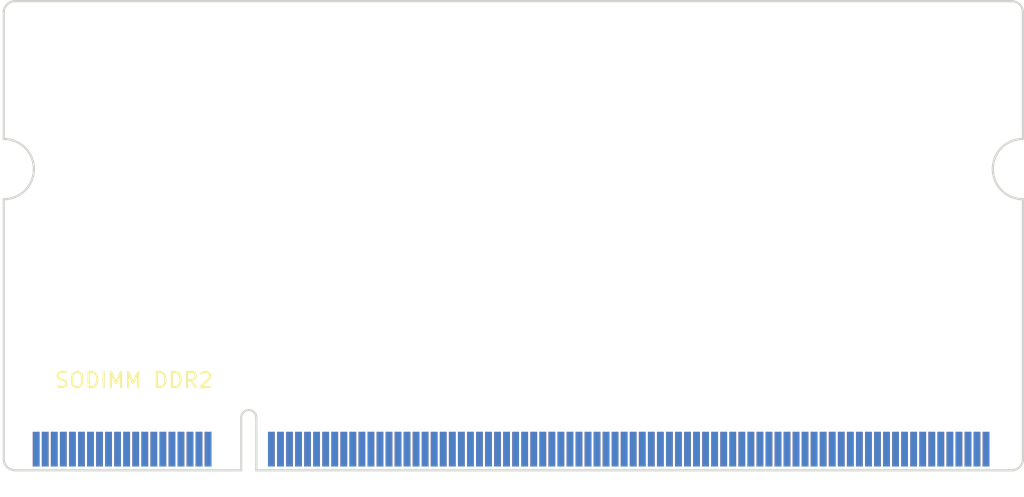
<source format=kicad_pcb>
(kicad_pcb (version 20221018) (generator pcbnew)
  (title_block (date "2021-01-06"))
  (layers (0 "F.Cu" signal) (31 "B.Cu" signal) (34 "B.Paste" user) (35 "F.Paste" user) (36 "B.SilkS" user "B.Silkscreen") (37 "F.SilkS" user "F.Silkscreen") (38 "B.Mask" user) (39 "F.Mask" user) (44 "Edge.Cuts" user))
  (net 0 "")
  (footprint "SODIMM:SODIMM_DDR2_EDGE" (layer "F.Cu") (at 118.27 115.16)
    (fp_text reference "SODIMM DDR2" (at 8.63 -5.98) (layer "F.SilkS"))
    (fp_text value "SODIMM DDR2 EDGE")
    (pad "" np_thru_hole circle (at 2 -6) (size 1.8 1.8) (drill 1.8) (layers "*.Cu" "*.Mask"))
    (pad "" np_thru_hole circle (at 65.6 -6) (size 1.8 1.8) (drill 1.8) (layers "*.Cu" "*.Mask"))
    (pad "1" smd rect (at 2.15 -1.4) (size 0.45 2.3) (layers "F.Cu" "F.Mask"))
    (pad "2" smd rect (at 2.15 -1.4 180) (size 0.45 2.3) (layers "B.Cu" "B.Mask"))
    (pad "3" smd rect (at 2.75 -1.4) (size 0.45 2.3) (layers "F.Cu" "F.Mask"))
    (pad "4" smd rect (at 2.75 -1.4 180) (size 0.45 2.3) (layers "B.Cu" "B.Mask"))
    (pad "5" smd rect (at 3.35 -1.4) (size 0.45 2.3) (layers "F.Cu" "F.Mask"))
    (pad "6" smd rect (at 3.35 -1.4 180) (size 0.45 2.3) (layers "B.Cu" "B.Mask"))
    (pad "7" smd rect (at 3.95 -1.4) (size 0.45 2.3) (layers "F.Cu" "F.Mask"))
    (pad "8" smd rect (at 3.95 -1.4 180) (size 0.45 2.3) (layers "B.Cu" "B.Mask"))
    (pad "9" smd rect (at 4.55 -1.4) (size 0.45 2.3) (layers "F.Cu" "F.Mask"))
    (pad "10" smd rect (at 4.55 -1.4 180) (size 0.45 2.3) (layers "B.Cu" "B.Mask"))
    (pad "11" smd rect (at 5.15 -1.4) (size 0.45 2.3) (layers "F.Cu" "F.Mask"))
    (pad "12" smd rect (at 5.15 -1.4 180) (size 0.45 2.3) (layers "B.Cu" "B.Mask"))
    (pad "13" smd rect (at 5.75 -1.4) (size 0.45 2.3) (layers "F.Cu" "F.Mask"))
    (pad "14" smd rect (at 5.75 -1.4 180) (size 0.45 2.3) (layers "B.Cu" "B.Mask"))
    (pad "15" smd rect (at 6.35 -1.4) (size 0.45 2.3) (layers "F.Cu" "F.Mask"))
    (pad "16" smd rect (at 6.35 -1.4 180) (size 0.45 2.3) (layers "B.Cu" "B.Mask"))
    (pad "17" smd rect (at 6.95 -1.4) (size 0.45 2.3) (layers "F.Cu" "F.Mask"))
    (pad "18" smd rect (at 6.95 -1.4 180) (size 0.45 2.3) (layers "B.Cu" "B.Mask"))
    (pad "19" smd rect (at 7.55 -1.4) (size 0.45 2.3) (layers "F.Cu" "F.Mask"))
    (pad "20" smd rect (at 7.55 -1.4 180) (size 0.45 2.3) (layers "B.Cu" "B.Mask"))
    (pad "21" smd rect (at 8.15 -1.4) (size 0.45 2.3) (layers "F.Cu" "F.Mask"))
    (pad "22" smd rect (at 8.15 -1.4 180) (size 0.45 2.3) (layers "B.Cu" "B.Mask"))
    (pad "23" smd rect (at 8.75 -1.4) (size 0.45 2.3) (layers "F.Cu" "F.Mask"))
    (pad "24" smd rect (at 8.75 -1.4 180) (size 0.45 2.3) (layers "B.Cu" "B.Mask"))
    (pad "25" smd rect (at 9.35 -1.4) (size 0.45 2.3) (layers "F.Cu" "F.Mask"))
    (pad "26" smd rect (at 9.35 -1.4 180) (size 0.45 2.3) (layers "B.Cu" "B.Mask"))
    (pad "27" smd rect (at 9.95 -1.4) (size 0.45 2.3) (layers "F.Cu" "F.Mask"))
    (pad "28" smd rect (at 9.95 -1.4 180) (size 0.45 2.3) (layers "B.Cu" "B.Mask"))
    (pad "29" smd rect (at 10.55 -1.4) (size 0.45 2.3) (layers "F.Cu" "F.Mask"))
    (pad "30" smd rect (at 10.55 -1.4 180) (size 0.45 2.3) (layers "B.Cu" "B.Mask"))
    (pad "31" smd rect (at 11.15 -1.4) (size 0.45 2.3) (layers "F.Cu" "F.Mask"))
    (pad "32" smd rect (at 11.15 -1.4 180) (size 0.45 2.3) (layers "B.Cu" "B.Mask"))
    (pad "33" smd rect (at 11.75 -1.4) (size 0.45 2.3) (layers "F.Cu" "F.Mask"))
    (pad "34" smd rect (at 11.75 -1.4 180) (size 0.45 2.3) (layers "B.Cu" "B.Mask"))
    (pad "35" smd rect (at 12.35 -1.4) (size 0.45 2.3) (layers "F.Cu" "F.Mask"))
    (pad "36" smd rect (at 12.35 -1.4 180) (size 0.45 2.3) (layers "B.Cu" "B.Mask"))
    (pad "37" smd rect (at 12.95 -1.4) (size 0.45 2.3) (layers "F.Cu" "F.Mask"))
    (pad "38" smd rect (at 12.95 -1.4 180) (size 0.45 2.3) (layers "B.Cu" "B.Mask"))
    (pad "39" smd rect (at 13.55 -1.4) (size 0.45 2.3) (layers "F.Cu" "F.Mask"))
    (pad "40" smd rect (at 13.55 -1.4 180) (size 0.45 2.3) (layers "B.Cu" "B.Mask"))
    (pad "41" smd rect (at 17.75 -1.4) (size 0.45 2.3) (layers "F.Cu" "F.Mask"))
    (pad "42" smd rect (at 17.75 -1.4 180) (size 0.45 2.3) (layers "B.Cu" "B.Mask"))
    (pad "43" smd rect (at 18.35 -1.4) (size 0.45 2.3) (layers "F.Cu" "F.Mask"))
    (pad "44" smd rect (at 18.35 -1.4 180) (size 0.45 2.3) (layers "B.Cu" "B.Mask"))
    (pad "45" smd rect (at 18.95 -1.4) (size 0.45 2.3) (layers "F.Cu" "F.Mask"))
    (pad "46" smd rect (at 18.95 -1.4 180) (size 0.45 2.3) (layers "B.Cu" "B.Mask"))
    (pad "47" smd rect (at 19.55 -1.4) (size 0.45 2.3) (layers "F.Cu" "F.Mask"))
    (pad "48" smd rect (at 19.55 -1.4 180) (size 0.45 2.3) (layers "B.Cu" "B.Mask"))
    (pad "49" smd rect (at 20.15 -1.4) (size 0.45 2.3) (layers "F.Cu" "F.Mask"))
    (pad "50" smd rect (at 20.15 -1.4 180) (size 0.45 2.3) (layers "B.Cu" "B.Mask"))
    (pad "51" smd rect (at 20.75 -1.4) (size 0.45 2.3) (layers "F.Cu" "F.Mask"))
    (pad "52" smd rect (at 20.75 -1.4 180) (size 0.45 2.3) (layers "B.Cu" "B.Mask"))
    (pad "53" smd rect (at 21.35 -1.4) (size 0.45 2.3) (layers "F.Cu" "F.Mask"))
    (pad "54" smd rect (at 21.35 -1.4 180) (size 0.45 2.3) (layers "B.Cu" "B.Mask"))
    (pad "55" smd rect (at 21.95 -1.4) (size 0.45 2.3) (layers "F.Cu" "F.Mask"))
    (pad "56" smd rect (at 21.95 -1.4 180) (size 0.45 2.3) (layers "B.Cu" "B.Mask"))
    (pad "57" smd rect (at 22.55 -1.4) (size 0.45 2.3) (layers "F.Cu" "F.Mask"))
    (pad "58" smd rect (at 22.55 -1.4 180) (size 0.45 2.3) (layers "B.Cu" "B.Mask"))
    (pad "59" smd rect (at 23.15 -1.4) (size 0.45 2.3) (layers "F.Cu" "F.Mask"))
    (pad "60" smd rect (at 23.15 -1.4 180) (size 0.45 2.3) (layers "B.Cu" "B.Mask"))
    (pad "61" smd rect (at 23.75 -1.4) (size 0.45 2.3) (layers "F.Cu" "F.Mask"))
    (pad "62" smd rect (at 23.75 -1.4) (size 0.45 2.3) (layers "B.Cu" "B.Mask"))
    (pad "63" smd rect (at 24.35 -1.4) (size 0.45 2.3) (layers "F.Cu" "F.Mask"))
    (pad "64" smd rect (at 24.35 -1.4 180) (size 0.45 2.3) (layers "B.Cu" "B.Mask"))
    (pad "65" smd rect (at 24.95 -1.4) (size 0.45 2.3) (layers "F.Cu" "F.Mask"))
    (pad "66" smd rect (at 24.95 -1.4 180) (size 0.45 2.3) (layers "B.Cu" "B.Mask"))
    (pad "67" smd rect (at 25.55 -1.4) (size 0.45 2.3) (layers "F.Cu" "F.Mask"))
    (pad "68" smd rect (at 25.55 -1.4 180) (size 0.45 2.3) (layers "B.Cu" "B.Mask"))
    (pad "69" smd rect (at 26.15 -1.4) (size 0.45 2.3) (layers "F.Cu" "F.Mask"))
    (pad "70" smd rect (at 26.15 -1.4 180) (size 0.45 2.3) (layers "B.Cu" "B.Mask"))
    (pad "71" smd rect (at 26.75 -1.4) (size 0.45 2.3) (layers "F.Cu" "F.Mask"))
    (pad "72" smd rect (at 26.75 -1.4 180) (size 0.45 2.3) (layers "B.Cu" "B.Mask"))
    (pad "73" smd rect (at 27.35 -1.4) (size 0.45 2.3) (layers "F.Cu" "F.Mask"))
    (pad "74" smd rect (at 27.35 -1.4 180) (size 0.45 2.3) (layers "B.Cu" "B.Mask"))
    (pad "75" smd rect (at 27.95 -1.4) (size 0.45 2.3) (layers "F.Cu" "F.Mask"))
    (pad "76" smd rect (at 27.95 -1.4 180) (size 0.45 2.3) (layers "B.Cu" "B.Mask"))
    (pad "77" smd rect (at 28.55 -1.4) (size 0.45 2.3) (layers "F.Cu" "F.Mask"))
    (pad "78" smd rect (at 28.55 -1.4 180) (size 0.45 2.3) (layers "B.Cu" "B.Mask"))
    (pad "79" smd rect (at 29.15 -1.4) (size 0.45 2.3) (layers "F.Cu" "F.Mask"))
    (pad "80" smd rect (at 29.15 -1.4 180) (size 0.45 2.3) (layers "B.Cu" "B.Mask"))
    (pad "81" smd rect (at 29.75 -1.4) (size 0.45 2.3) (layers "F.Cu" "F.Mask"))
    (pad "82" smd rect (at 29.75 -1.4 180) (size 0.45 2.3) (layers "B.Cu" "B.Mask"))
    (pad "83" smd rect (at 30.35 -1.4) (size 0.45 2.3) (layers "F.Cu" "F.Mask"))
    (pad "84" smd rect (at 30.35 -1.4 180) (size 0.45 2.3) (layers "B.Cu" "B.Mask"))
    (pad "85" smd rect (at 30.95 -1.4) (size 0.45 2.3) (layers "F.Cu" "F.Mask"))
    (pad "86" smd rect (at 30.95 -1.4 180) (size 0.45 2.3) (layers "B.Cu" "B.Mask"))
    (pad "87" smd rect (at 31.55 -1.4) (size 0.45 2.3) (layers "F.Cu" "F.Mask"))
    (pad "88" smd rect (at 31.55 -1.4 180) (size 0.45 2.3) (layers "B.Cu" "B.Mask"))
    (pad "89" smd rect (at 32.15 -1.4) (size 0.45 2.3) (layers "F.Cu" "F.Mask"))
    (pad "90" smd rect (at 32.15 -1.4 180) (size 0.45 2.3) (layers "B.Cu" "B.Mask"))
    (pad "91" smd rect (at 32.75 -1.4) (size 0.45 2.3) (layers "F.Cu" "F.Mask"))
    (pad "92" smd rect (at 32.75 -1.4 180) (size 0.45 2.3) (layers "B.Cu" "B.Mask"))
    (pad "93" smd rect (at 33.35 -1.4) (size 0.45 2.3) (layers "F.Cu" "F.Mask"))
    (pad "94" smd rect (at 33.35 -1.4 180) (size 0.45 2.3) (layers "B.Cu" "B.Mask"))
    (pad "95" smd rect (at 33.95 -1.4) (size 0.45 2.3) (layers "F.Cu" "F.Mask"))
    (pad "96" smd rect (at 33.95 -1.4 180) (size 0.45 2.3) (layers "B.Cu" "B.Mask"))
    (pad "97" smd rect (at 34.55 -1.4) (size 0.45 2.3) (layers "F.Cu" "F.Mask"))
    (pad "98" smd rect (at 34.55 -1.4 180) (size 0.45 2.3) (layers "B.Cu" "B.Mask"))
    (pad "99" smd rect (at 35.15 -1.4) (size 0.45 2.3) (layers "F.Cu" "F.Mask"))
    (pad "100" smd rect (at 35.15 -1.4 180) (size 0.45 2.3) (layers "B.Cu" "B.Mask"))
    (pad "101" smd rect (at 35.75 -1.4) (size 0.45 2.3) (layers "F.Cu" "F.Mask"))
    (pad "102" smd rect (at 35.75 -1.4 180) (size 0.45 2.3) (layers "B.Cu" "B.Mask"))
    (pad "103" smd rect (at 36.35 -1.4) (size 0.45 2.3) (layers "F.Cu" "F.Mask"))
    (pad "104" smd rect (at 36.35 -1.4 180) (size 0.45 2.3) (layers "B.Cu" "B.Mask"))
    (pad "105" smd rect (at 36.95 -1.4) (size 0.45 2.3) (layers "F.Cu" "F.Mask"))
    (pad "106" smd rect (at 36.95 -1.4 180) (size 0.45 2.3) (layers "B.Cu" "B.Mask"))
    (pad "107" smd rect (at 37.55 -1.4) (size 0.45 2.3) (layers "F.Cu" "F.Mask"))
    (pad "108" smd rect (at 37.55 -1.4 180) (size 0.45 2.3) (layers "B.Cu" "B.Mask"))
    (pad "109" smd rect (at 38.15 -1.4) (size 0.45 2.3) (layers "F.Cu" "F.Mask"))
    (pad "110" smd rect (at 38.15 -1.4 180) (size 0.45 2.3) (layers "B.Cu" "B.Mask"))
    (pad "111" smd rect (at 38.75 -1.4) (size 0.45 2.3) (layers "F.Cu" "F.Mask"))
    (pad "112" smd rect (at 38.75 -1.4 180) (size 0.45 2.3) (layers "B.Cu" "B.Mask"))
    (pad "113" smd rect (at 39.35 -1.4) (size 0.45 2.3) (layers "F.Cu" "F.Mask"))
    (pad "114" smd rect (at 39.35 -1.4 180) (size 0.45 2.3) (layers "B.Cu" "B.Mask"))
    (pad "115" smd rect (at 39.95 -1.4) (size 0.45 2.3) (layers "F.Cu" "F.Mask"))
    (pad "116" smd rect (at 39.95 -1.4 180) (size 0.45 2.3) (layers "B.Cu" "B.Mask"))
    (pad "117" smd rect (at 40.55 -1.4) (size 0.45 2.3) (layers "F.Cu" "F.Mask"))
    (pad "118" smd rect (at 40.55 -1.4 180) (size 0.45 2.3) (layers "B.Cu" "B.Mask"))
    (pad "119" smd rect (at 41.15 -1.4) (size 0.45 2.3) (layers "F.Cu" "F.Mask"))
    (pad "120" smd rect (at 41.15 -1.4 180) (size 0.45 2.3) (layers "B.Cu" "B.Mask"))
    (pad "121" smd rect (at 41.75 -1.4) (size 0.45 2.3) (layers "F.Cu" "F.Mask"))
    (pad "122" smd rect (at 41.75 -1.4 180) (size 0.45 2.3) (layers "B.Cu" "B.Mask"))
    (pad "123" smd rect (at 42.35 -1.4) (size 0.45 2.3) (layers "F.Cu" "F.Mask"))
    (pad "124" smd rect (at 42.35 -1.4 180) (size 0.45 2.3) (layers "B.Cu" "B.Mask"))
    (pad "125" smd rect (at 42.95 -1.4) (size 0.45 2.3) (layers "F.Cu" "F.Mask"))
    (pad "126" smd rect (at 42.95 -1.4 180) (size 0.45 2.3) (layers "B.Cu" "B.Mask"))
    (pad "127" smd rect (at 43.55 -1.4) (size 0.45 2.3) (layers "F.Cu" "F.Mask"))
    (pad "128" smd rect (at 43.55 -1.4 180) (size 0.45 2.3) (layers "B.Cu" "B.Mask"))
    (pad "129" smd rect (at 44.15 -1.4) (size 0.45 2.3) (layers "F.Cu" "F.Mask"))
    (pad "130" smd rect (at 44.15 -1.4 180) (size 0.45 2.3) (layers "B.Cu" "B.Mask"))
    (pad "131" smd rect (at 44.75 -1.4) (size 0.45 2.3) (layers "F.Cu" "F.Mask"))
    (pad "132" smd rect (at 44.75 -1.4 180) (size 0.45 2.3) (layers "B.Cu" "B.Mask"))
    (pad "133" smd rect (at 45.35 -1.4) (size 0.45 2.3) (layers "F.Cu" "F.Mask"))
    (pad "134" smd rect (at 45.35 -1.4 180) (size 0.45 2.3) (layers "B.Cu" "B.Mask"))
    (pad "135" smd rect (at 45.95 -1.4) (size 0.45 2.3) (layers "F.Cu" "F.Mask"))
    (pad "136" smd rect (at 45.95 -1.4 180) (size 0.45 2.3) (layers "B.Cu" "B.Mask"))
    (pad "137" smd rect (at 46.55 -1.4) (size 0.45 2.3) (layers "F.Cu" "F.Mask"))
    (pad "138" smd rect (at 46.55 -1.4 180) (size 0.45 2.3) (layers "B.Cu" "B.Mask"))
    (pad "139" smd rect (at 47.15 -1.4) (size 0.45 2.3) (layers "F.Cu" "F.Mask"))
    (pad "140" smd rect (at 47.15 -1.4 180) (size 0.45 2.3) (layers "B.Cu" "B.Mask"))
    (pad "141" smd rect (at 47.75 -1.4) (size 0.45 2.3) (layers "F.Cu" "F.Mask"))
    (pad "142" smd rect (at 47.75 -1.4 180) (size 0.45 2.3) (layers "B.Cu" "B.Mask"))
    (pad "143" smd rect (at 48.35 -1.4) (size 0.45 2.3) (layers "F.Cu" "F.Mask"))
    (pad "144" smd rect (at 48.35 -1.4 180) (size 0.45 2.3) (layers "B.Cu" "B.Mask"))
    (pad "145" smd rect (at 48.95 -1.4) (size 0.45 2.3) (layers "F.Cu" "F.Mask"))
    (pad "146" smd rect (at 48.95 -1.4 180) (size 0.45 2.3) (layers "B.Cu" "B.Mask"))
    (pad "147" smd rect (at 49.55 -1.4) (size 0.45 2.3) (layers "F.Cu" "F.Mask"))
    (pad "148" smd rect (at 49.55 -1.4 180) (size 0.45 2.3) (layers "B.Cu" "B.Mask"))
    (pad "149" smd rect (at 50.15 -1.4) (size 0.45 2.3) (layers "F.Cu" "F.Mask"))
    (pad "150" smd rect (at 50.15 -1.4 180) (size 0.45 2.3) (layers "B.Cu" "B.Mask"))
    (pad "151" smd rect (at 50.75 -1.4) (size 0.45 2.3) (layers "F.Cu" "F.Mask"))
    (pad "152" smd rect (at 50.75 -1.4 180) (size 0.45 2.3) (layers "B.Cu" "B.Mask"))
    (pad "153" smd rect (at 51.35 -1.4) (size 0.45 2.3) (layers "F.Cu" "F.Mask"))
    (pad "154" smd rect (at 51.35 -1.4 180) (size 0.45 2.3) (layers "B.Cu" "B.Mask"))
    (pad "155" smd rect (at 51.95 -1.4) (size 0.45 2.3) (layers "F.Cu" "F.Mask"))
    (pad "156" smd rect (at 51.95 -1.4 180) (size 0.45 2.3) (layers "B.Cu" "B.Mask"))
    (pad "157" smd rect (at 52.55 -1.4) (size 0.45 2.3) (layers "F.Cu" "F.Mask"))
    (pad "158" smd rect (at 52.55 -1.4 180) (size 0.45 2.3) (layers "B.Cu" "B.Mask"))
    (pad "159" smd rect (at 53.15 -1.4) (size 0.45 2.3) (layers "F.Cu" "F.Mask"))
    (pad "160" smd rect (at 53.15 -1.4 180) (size 0.45 2.3) (layers "B.Cu" "B.Mask"))
    (pad "161" smd rect (at 53.75 -1.4) (size 0.45 2.3) (layers "F.Cu" "F.Mask"))
    (pad "162" smd rect (at 53.75 -1.4 180) (size 0.45 2.3) (layers "B.Cu" "B.Mask"))
    (pad "163" smd rect (at 54.35 -1.4) (size 0.45 2.3) (layers "F.Cu" "F.Mask"))
    (pad "164" smd rect (at 54.35 -1.4 180) (size 0.45 2.3) (layers "B.Cu" "B.Mask"))
    (pad "165" smd rect (at 54.95 -1.4) (size 0.45 2.3) (layers "F.Cu" "F.Mask"))
    (pad "166" smd rect (at 54.95 -1.4 180) (size 0.45 2.3) (layers "B.Cu" "B.Mask"))
    (pad "167" smd rect (at 55.55 -1.4) (size 0.45 2.3) (layers "F.Cu" "F.Mask"))
    (pad "168" smd rect (at 55.55 -1.4 180) (size 0.45 2.3) (layers "B.Cu" "B.Mask"))
    (pad "169" smd rect (at 56.15 -1.4) (size 0.45 2.3) (layers "F.Cu" "F.Mask"))
    (pad "170" smd rect (at 56.15 -1.4 180) (size 0.45 2.3) (layers "B.Cu" "B.Mask"))
    (pad "171" smd rect (at 56.75 -1.4) (size 0.45 2.3) (layers "F.Cu" "F.Mask"))
    (pad "172" smd rect (at 56.75 -1.4 180) (size 0.45 2.3) (layers "B.Cu" "B.Mask"))
    (pad "173" smd rect (at 57.35 -1.4) (size 0.45 2.3) (layers "F.Cu" "F.Mask"))
    (pad "174" smd rect (at 57.35 -1.4 180) (size 0.45 2.3) (layers "B.Cu" "B.Mask"))
    (pad "175" smd rect (at 57.95 -1.4) (size 0.45 2.3) (layers "F.Cu" "F.Mask"))
    (pad "176" smd rect (at 57.95 -1.4 180) (size 0.45 2.3) (layers "B.Cu" "B.Mask"))
    (pad "177" smd rect (at 58.55 -1.4) (size 0.45 2.3) (layers "F.Cu" "F.Mask"))
    (pad "178" smd rect (at 58.55 -1.4 180) (size 0.45 2.3) (layers "B.Cu" "B.Mask"))
    (pad "179" smd rect (at 59.15 -1.4) (size 0.45 2.3) (layers "F.Cu" "F.Mask"))
    (pad "180" smd rect (at 59.15 -1.4 180) (size 0.45 2.3) (layers "B.Cu" "B.Mask"))
    (pad "181" smd rect (at 59.75 -1.4) (size 0.45 2.3) (layers "F.Cu" "F.Mask"))
    (pad "182" smd rect (at 59.75 -1.4 180) (size 0.45 2.3) (layers "B.Cu" "B.Mask"))
    (pad "183" smd rect (at 60.35 -1.4) (size 0.45 2.3) (layers "F.Cu" "F.Mask"))
    (pad "184" smd rect (at 60.35 -1.4 180) (size 0.45 2.3) (layers "B.Cu" "B.Mask"))
    (pad "185" smd rect (at 60.95 -1.4) (size 0.45 2.3) (layers "F.Cu" "F.Mask"))
    (pad "186" smd rect (at 60.95 -1.4 180) (size 0.45 2.3) (layers "B.Cu" "B.Mask"))
    (pad "187" smd rect (at 61.55 -1.4) (size 0.45 2.3) (layers "F.Cu" "F.Mask"))
    (pad "188" smd rect (at 61.55 -1.4 180) (size 0.45 2.3) (layers "B.Cu" "B.Mask"))
    (pad "189" smd rect (at 62.15 -1.4) (size 0.45 2.3) (layers "F.Cu" "F.Mask"))
    (pad "190" smd rect (at 62.15 -1.4 180) (size 0.45 2.3) (layers "B.Cu" "B.Mask"))
    (pad "191" smd rect (at 62.75 -1.4) (size 0.45 2.3) (layers "F.Cu" "F.Mask"))
    (pad "192" smd rect (at 62.75 -1.4 180) (size 0.45 2.3) (layers "B.Cu" "B.Mask"))
    (pad "193" smd rect (at 63.35 -1.4) (size 0.45 2.3) (layers "F.Cu" "F.Mask"))
    (pad "194" smd rect (at 63.35 -1.4 180) (size 0.45 2.3) (layers "B.Cu" "B.Mask"))
    (pad "195" smd rect (at 63.95 -1.4) (size 0.45 2.3) (layers "F.Cu" "F.Mask"))
    (pad "196" smd rect (at 63.95 -1.4 180) (size 0.45 2.3) (layers "B.Cu" "B.Mask"))
    (pad "197" smd rect (at 64.55 -1.4) (size 0.45 2.3) (layers "F.Cu" "F.Mask"))
    (pad "198" smd rect (at 64.55 -1.4 180) (size 0.45 2.3) (layers "B.Cu" "B.Mask"))
    (pad "199" smd rect (at 65.15 -1.4) (size 0.45 2.3) (layers "F.Cu" "F.Mask"))
    (pad "200" smd rect (at 65.15 -1.4 180) (size 0.45 2.3) (layers "B.Cu" "B.Mask"))
  )
  (gr_arc (start 185.87 114.41) (mid 185.65033 114.94033) (end 185.12 115.16) (stroke (width 0.15)) (layer "Edge.Cuts"))
  (gr_line (start 119.018691 84.01) (end 185.12 84.01) (stroke (width 0.15)) (layer "Edge.Cuts"))
  (gr_arc (start 134.02 111.66) (mid 134.52 111.16) (end 135.02 111.66) (stroke (width 0.15)) (layer "Edge.Cuts"))
  (gr_line (start 135.02 115.16) (end 135.02 111.66) (stroke (width 0.15)) (layer "Edge.Cuts"))
  (gr_line (start 185.87 114.41) (end 185.87 97.16) (stroke (width 0.15)) (layer "Edge.Cuts"))
  (gr_line (start 118.27 97.16) (end 118.27 114.41) (stroke (width 0.15)) (layer "Edge.Cuts"))
  (gr_arc (start 185.87 97.16) (mid 183.87 95.16) (end 185.87 93.16) (stroke (width 0.15)) (layer "Edge.Cuts"))
  (gr_arc (start 118.27 84.76) (mid 118.489207 84.230133) (end 119.018691 84.010001) (stroke (width 0.15)) (layer "Edge.Cuts"))
  (gr_line (start 135.02 115.16) (end 185.121309 115.159999) (stroke (width 0.15)) (layer "Edge.Cuts"))
  (gr_line (start 118.27 84.76) (end 118.27 93.16) (stroke (width 0.15)) (layer "Edge.Cuts"))
  (gr_arc (start 118.27 93.16) (mid 120.27 95.16) (end 118.27 97.16) (stroke (width 0.15)) (layer "Edge.Cuts"))
  (gr_arc (start 185.12 84.01) (mid 185.649867 84.229207) (end 185.869999 84.758691) (stroke (width 0.15)) (layer "Edge.Cuts"))
  (gr_arc (start 119.019999 115.158691) (mid 118.490132 114.939484) (end 118.27 114.41) (stroke (width 0.15)) (layer "Edge.Cuts"))
  (gr_line (start 134.02 115.16) (end 119.019999 115.158691) (stroke (width 0.15)) (layer "Edge.Cuts"))
  (gr_line (start 134.02 115.16) (end 134.02 111.66) (stroke (width 0.15)) (layer "Edge.Cuts"))
  (gr_line (start 185.869999 84.76) (end 185.87 93.16) (stroke (width 0.15)) (layer "Edge.Cuts"))
)
</source>
